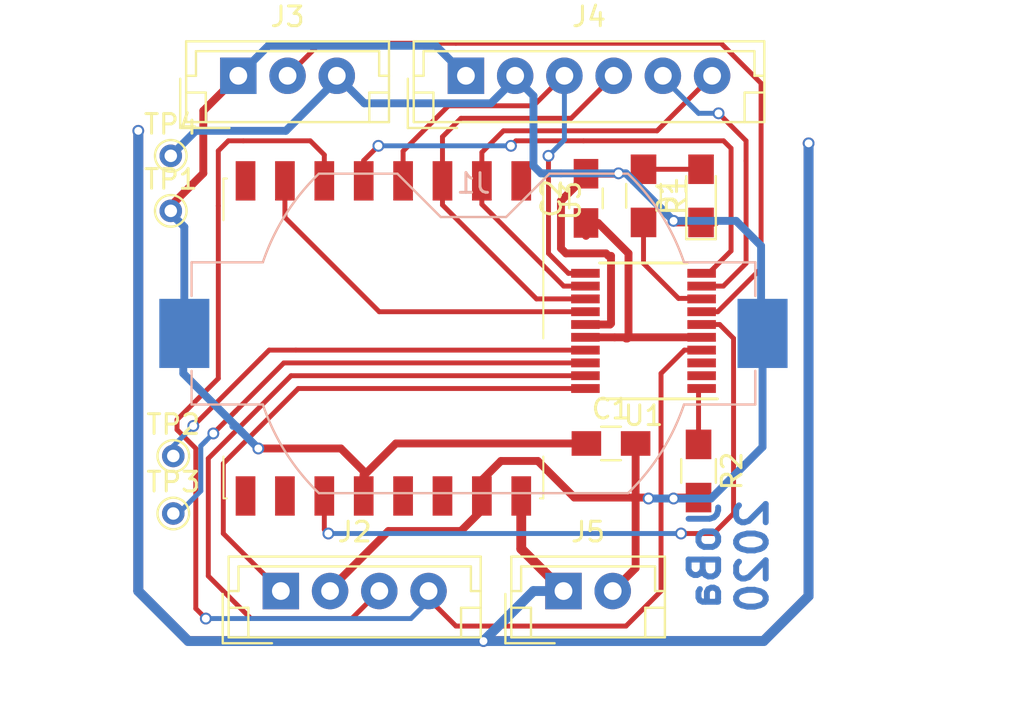
<source format=kicad_pcb>
(kicad_pcb (version 4) (host pcbnew 4.0.7)

  (general
    (links 40)
    (no_connects 1)
    (area 122.514914 108.42 178.545907 146.590697)
    (thickness 1.6)
    (drawings 7)
    (tracks 261)
    (zones 0)
    (modules 16)
    (nets 28)
  )

  (page A4)
  (layers
    (0 F.Cu signal)
    (31 B.Cu signal)
    (32 B.Adhes user)
    (33 F.Adhes user)
    (34 B.Paste user)
    (35 F.Paste user)
    (36 B.SilkS user)
    (37 F.SilkS user)
    (38 B.Mask user)
    (39 F.Mask user)
    (40 Dwgs.User user)
    (41 Cmts.User user)
    (42 Eco1.User user)
    (43 Eco2.User user)
    (44 Edge.Cuts user)
    (45 Margin user)
    (46 B.CrtYd user)
    (47 F.CrtYd user)
    (48 B.Fab user)
    (49 F.Fab user)
  )

  (setup
    (last_trace_width 0.25)
    (trace_clearance 0.2)
    (zone_clearance 0.508)
    (zone_45_only no)
    (trace_min 0.2)
    (segment_width 0.2)
    (edge_width 0.15)
    (via_size 0.6)
    (via_drill 0.4)
    (via_min_size 0.4)
    (via_min_drill 0.3)
    (uvia_size 0.3)
    (uvia_drill 0.1)
    (uvias_allowed no)
    (uvia_min_size 0.2)
    (uvia_min_drill 0.1)
    (pcb_text_width 0.3)
    (pcb_text_size 1.5 1.5)
    (mod_edge_width 0.15)
    (mod_text_size 1 1)
    (mod_text_width 0.15)
    (pad_size 1.524 1.524)
    (pad_drill 0.762)
    (pad_to_mask_clearance 0.2)
    (aux_axis_origin 0 0)
    (visible_elements FFFFFF7F)
    (pcbplotparams
      (layerselection 0x00030_80000001)
      (usegerberextensions false)
      (excludeedgelayer true)
      (linewidth 0.100000)
      (plotframeref false)
      (viasonmask false)
      (mode 1)
      (useauxorigin false)
      (hpglpennumber 1)
      (hpglpenspeed 20)
      (hpglpendiameter 15)
      (hpglpenoverlay 2)
      (psnegative false)
      (psa4output false)
      (plotreference true)
      (plotvalue true)
      (plotinvisibletext false)
      (padsonsilk false)
      (subtractmaskfromsilk false)
      (outputformat 1)
      (mirror false)
      (drillshape 1)
      (scaleselection 1)
      (outputdirectory ""))
  )

  (net 0 "")
  (net 1 +3V3)
  (net 2 Earth)
  (net 3 "Net-(D1-Pad2)")
  (net 4 SWCLK)
  (net 5 SWDIO)
  (net 6 NRESET)
  (net 7 TX)
  (net 8 SCK)
  (net 9 MOSI)
  (net 10 BME_CS)
  (net 11 MISO)
  (net 12 "Net-(J5-Pad1)")
  (net 13 "Net-(R1-Pad2)")
  (net 14 "Net-(R2-Pad1)")
  (net 15 "Net-(U1-Pad2)")
  (net 16 "Net-(U1-Pad3)")
  (net 17 TX_READY)
  (net 18 RFM_CS)
  (net 19 RX_READY)
  (net 20 "Net-(U3-Pad1)")
  (net 21 "Net-(U3-Pad8)")
  (net 22 "Net-(U3-Pad9)")
  (net 23 "Net-(U3-Pad10)")
  (net 24 "Net-(U3-Pad13)")
  (net 25 "Net-(U3-Pad14)")
  (net 26 SDA)
  (net 27 SCL)

  (net_class Default "Dies ist die voreingestellte Netzklasse."
    (clearance 0.2)
    (trace_width 0.25)
    (via_dia 0.6)
    (via_drill 0.4)
    (uvia_dia 0.3)
    (uvia_drill 0.1)
    (add_net BME_CS)
    (add_net MISO)
    (add_net MOSI)
    (add_net NRESET)
    (add_net "Net-(D1-Pad2)")
    (add_net "Net-(R1-Pad2)")
    (add_net "Net-(R2-Pad1)")
    (add_net "Net-(U1-Pad2)")
    (add_net "Net-(U1-Pad3)")
    (add_net "Net-(U3-Pad1)")
    (add_net "Net-(U3-Pad10)")
    (add_net "Net-(U3-Pad13)")
    (add_net "Net-(U3-Pad14)")
    (add_net "Net-(U3-Pad8)")
    (add_net "Net-(U3-Pad9)")
    (add_net RFM_CS)
    (add_net RX_READY)
    (add_net SCK)
    (add_net SCL)
    (add_net SDA)
    (add_net SWCLK)
    (add_net SWDIO)
    (add_net TX)
    (add_net TX_READY)
  )

  (net_class Antenne ""
    (clearance 0.2)
    (trace_width 0.5)
    (via_dia 0.6)
    (via_drill 0.4)
    (uvia_dia 0.3)
    (uvia_drill 0.1)
    (add_net "Net-(J5-Pad1)")
  )

  (net_class Power ""
    (clearance 0.2)
    (trace_width 0.4)
    (via_dia 0.6)
    (via_drill 0.4)
    (uvia_dia 0.3)
    (uvia_drill 0.1)
    (add_net +3V3)
    (add_net Earth)
  )

  (module RF_Modules:Hopref_RFM9XW_SMD (layer F.Cu) (tedit 59D9324F) (tstamp 5F5FC661)
    (at 145.796 125.73 270)
    (descr " Low Power Long Range Transceiver Module SMD-16 http://www.hoperf.com/upload/rf/RFM95_96_97_98W.pdf")
    (tags " Low Power Long Range Transceiver Module")
    (path /5F5F359C)
    (attr smd)
    (fp_text reference U3 (at -7 -9.5 270) (layer F.SilkS)
      (effects (font (size 1 1) (thickness 0.15)))
    )
    (fp_text value RFM9X (at 0 9.5 270) (layer F.Fab)
      (effects (font (size 1 1) (thickness 0.15)))
    )
    (fp_line (start -8 -8) (end 8 -8) (layer F.Fab) (width 0.12))
    (fp_line (start 8 8) (end 8 -8) (layer F.Fab) (width 0.12))
    (fp_line (start -8 8) (end 8 8) (layer F.Fab) (width 0.12))
    (fp_line (start -8 8) (end -8 -8) (layer F.Fab) (width 0.12))
    (fp_text user %R (at 0 0 270) (layer F.Fab)
      (effects (font (size 1 1) (thickness 0.15)))
    )
    (fp_line (start -8.12 -8.12) (end 0 -8.12) (layer F.SilkS) (width 0.1))
    (fp_line (start 6 8.12) (end 8.12 8.12) (layer F.SilkS) (width 0.1))
    (fp_line (start -9.45 -8.25) (end 9.45 -8.25) (layer F.CrtYd) (width 0.05))
    (fp_line (start 9.45 -8.25) (end 9.45 8.25) (layer F.CrtYd) (width 0.05))
    (fp_line (start -9.45 8.25) (end 9.45 8.25) (layer F.CrtYd) (width 0.05))
    (fp_line (start -9.45 8.25) (end -9.45 -8.25) (layer F.CrtYd) (width 0.05))
    (fp_line (start 8.12 8.12) (end 8.12 7.95) (layer F.SilkS) (width 0.1))
    (fp_line (start -8.12 8.12) (end -6 8.12) (layer F.SilkS) (width 0.1))
    (fp_line (start -8.12 8.12) (end -8.12 7.95) (layer F.SilkS) (width 0.1))
    (fp_line (start 6 -8.12) (end 8.12 -8.12) (layer F.SilkS) (width 0.1))
    (fp_line (start 8.12 -8.12) (end 8.12 -7.95) (layer F.SilkS) (width 0.1))
    (pad 1 smd rect (at -8 -7 270) (size 2 1) (layers F.Cu F.Paste F.Mask)
      (net 20 "Net-(U3-Pad1)"))
    (pad 2 smd rect (at -8 -5 270) (size 2 1) (layers F.Cu F.Paste F.Mask)
      (net 11 MISO))
    (pad 3 smd rect (at -8 -3 270) (size 2 1) (layers F.Cu F.Paste F.Mask)
      (net 9 MOSI))
    (pad 4 smd rect (at -8 -1 270) (size 2 1) (layers F.Cu F.Paste F.Mask)
      (net 8 SCK))
    (pad 5 smd rect (at -8 1 270) (size 2 1) (layers F.Cu F.Paste F.Mask)
      (net 18 RFM_CS))
    (pad 6 smd rect (at -8 3 270) (size 2 1) (layers F.Cu F.Paste F.Mask)
      (net 6 NRESET))
    (pad 7 smd rect (at -8 5 270) (size 2 1) (layers F.Cu F.Paste F.Mask)
      (net 19 RX_READY))
    (pad 8 smd rect (at -8 7 270) (size 2 1) (layers F.Cu F.Paste F.Mask)
      (net 21 "Net-(U3-Pad8)"))
    (pad 9 smd rect (at 8 7 270) (size 2 1) (layers F.Cu F.Paste F.Mask)
      (net 22 "Net-(U3-Pad9)"))
    (pad 10 smd rect (at 8 5 270) (size 2 1) (layers F.Cu F.Paste F.Mask)
      (net 23 "Net-(U3-Pad10)"))
    (pad 11 smd rect (at 8 3 270) (size 2 1) (layers F.Cu F.Paste F.Mask)
      (net 17 TX_READY))
    (pad 12 smd rect (at 8 1 270) (size 2 1) (layers F.Cu F.Paste F.Mask)
      (net 1 +3V3))
    (pad 13 smd rect (at 8 -1 270) (size 2 1) (layers F.Cu F.Paste F.Mask)
      (net 24 "Net-(U3-Pad13)"))
    (pad 14 smd rect (at 8 -3 270) (size 2 1) (layers F.Cu F.Paste F.Mask)
      (net 25 "Net-(U3-Pad14)"))
    (pad 15 smd rect (at 8 -5 270) (size 2 1) (layers F.Cu F.Paste F.Mask)
      (net 2 Earth))
    (pad 16 smd rect (at 8 -7 270) (size 2 1) (layers F.Cu F.Paste F.Mask)
      (net 12 "Net-(J5-Pad1)"))
    (model ${KISYS3DMOD}/RF_Modules.3dshapes/Hopref_RFM9XW_SMD.wrl
      (at (xyz 0 0 0))
      (scale (xyz 1 1 1))
      (rotate (xyz 0 0 0))
    )
  )

  (module Capacitors_SMD:C_0805_HandSoldering (layer F.Cu) (tedit 58AA84A8) (tstamp 5F5FC5F8)
    (at 157.353 131.064)
    (descr "Capacitor SMD 0805, hand soldering")
    (tags "capacitor 0805")
    (path /5F5F792E)
    (attr smd)
    (fp_text reference C1 (at 0 -1.75) (layer F.SilkS)
      (effects (font (size 1 1) (thickness 0.15)))
    )
    (fp_text value 100nF (at 0 1.75) (layer F.Fab)
      (effects (font (size 1 1) (thickness 0.15)))
    )
    (fp_text user %R (at 0 -1.75) (layer F.Fab)
      (effects (font (size 1 1) (thickness 0.15)))
    )
    (fp_line (start -1 0.62) (end -1 -0.62) (layer F.Fab) (width 0.1))
    (fp_line (start 1 0.62) (end -1 0.62) (layer F.Fab) (width 0.1))
    (fp_line (start 1 -0.62) (end 1 0.62) (layer F.Fab) (width 0.1))
    (fp_line (start -1 -0.62) (end 1 -0.62) (layer F.Fab) (width 0.1))
    (fp_line (start 0.5 -0.85) (end -0.5 -0.85) (layer F.SilkS) (width 0.12))
    (fp_line (start -0.5 0.85) (end 0.5 0.85) (layer F.SilkS) (width 0.12))
    (fp_line (start -2.25 -0.88) (end 2.25 -0.88) (layer F.CrtYd) (width 0.05))
    (fp_line (start -2.25 -0.88) (end -2.25 0.87) (layer F.CrtYd) (width 0.05))
    (fp_line (start 2.25 0.87) (end 2.25 -0.88) (layer F.CrtYd) (width 0.05))
    (fp_line (start 2.25 0.87) (end -2.25 0.87) (layer F.CrtYd) (width 0.05))
    (pad 1 smd rect (at -1.25 0) (size 1.5 1.25) (layers F.Cu F.Paste F.Mask)
      (net 1 +3V3))
    (pad 2 smd rect (at 1.25 0) (size 1.5 1.25) (layers F.Cu F.Paste F.Mask)
      (net 2 Earth))
    (model Capacitors_SMD.3dshapes/C_0805.wrl
      (at (xyz 0 0 0))
      (scale (xyz 1 1 1))
      (rotate (xyz 0 0 0))
    )
  )

  (module Capacitors_SMD:C_0805_HandSoldering (layer F.Cu) (tedit 58AA84A8) (tstamp 5F5FC5FE)
    (at 156.083 118.618 90)
    (descr "Capacitor SMD 0805, hand soldering")
    (tags "capacitor 0805")
    (path /5F5F7A6F)
    (attr smd)
    (fp_text reference C2 (at 0 -1.75 90) (layer F.SilkS)
      (effects (font (size 1 1) (thickness 0.15)))
    )
    (fp_text value 100nF (at 0 1.75 90) (layer F.Fab)
      (effects (font (size 1 1) (thickness 0.15)))
    )
    (fp_text user %R (at 0 -1.75 90) (layer F.Fab)
      (effects (font (size 1 1) (thickness 0.15)))
    )
    (fp_line (start -1 0.62) (end -1 -0.62) (layer F.Fab) (width 0.1))
    (fp_line (start 1 0.62) (end -1 0.62) (layer F.Fab) (width 0.1))
    (fp_line (start 1 -0.62) (end 1 0.62) (layer F.Fab) (width 0.1))
    (fp_line (start -1 -0.62) (end 1 -0.62) (layer F.Fab) (width 0.1))
    (fp_line (start 0.5 -0.85) (end -0.5 -0.85) (layer F.SilkS) (width 0.12))
    (fp_line (start -0.5 0.85) (end 0.5 0.85) (layer F.SilkS) (width 0.12))
    (fp_line (start -2.25 -0.88) (end 2.25 -0.88) (layer F.CrtYd) (width 0.05))
    (fp_line (start -2.25 -0.88) (end -2.25 0.87) (layer F.CrtYd) (width 0.05))
    (fp_line (start 2.25 0.87) (end 2.25 -0.88) (layer F.CrtYd) (width 0.05))
    (fp_line (start 2.25 0.87) (end -2.25 0.87) (layer F.CrtYd) (width 0.05))
    (pad 1 smd rect (at -1.25 0 90) (size 1.5 1.25) (layers F.Cu F.Paste F.Mask)
      (net 1 +3V3))
    (pad 2 smd rect (at 1.25 0 90) (size 1.5 1.25) (layers F.Cu F.Paste F.Mask)
      (net 2 Earth))
    (model Capacitors_SMD.3dshapes/C_0805.wrl
      (at (xyz 0 0 0))
      (scale (xyz 1 1 1))
      (rotate (xyz 0 0 0))
    )
  )

  (module LEDs:LED_0805_HandSoldering (layer F.Cu) (tedit 595FCA25) (tstamp 5F5FC604)
    (at 161.925 118.491 90)
    (descr "Resistor SMD 0805, hand soldering")
    (tags "resistor 0805")
    (path /5F5F6485)
    (attr smd)
    (fp_text reference D1 (at 0 -1.7 90) (layer F.SilkS)
      (effects (font (size 1 1) (thickness 0.15)))
    )
    (fp_text value LED (at 0 1.75 90) (layer F.Fab)
      (effects (font (size 1 1) (thickness 0.15)))
    )
    (fp_line (start -0.4 -0.4) (end -0.4 0.4) (layer F.Fab) (width 0.1))
    (fp_line (start -0.4 0) (end 0.2 -0.4) (layer F.Fab) (width 0.1))
    (fp_line (start 0.2 0.4) (end -0.4 0) (layer F.Fab) (width 0.1))
    (fp_line (start 0.2 -0.4) (end 0.2 0.4) (layer F.Fab) (width 0.1))
    (fp_line (start -1 0.62) (end -1 -0.62) (layer F.Fab) (width 0.1))
    (fp_line (start 1 0.62) (end -1 0.62) (layer F.Fab) (width 0.1))
    (fp_line (start 1 -0.62) (end 1 0.62) (layer F.Fab) (width 0.1))
    (fp_line (start -1 -0.62) (end 1 -0.62) (layer F.Fab) (width 0.1))
    (fp_line (start 1 0.75) (end -2.2 0.75) (layer F.SilkS) (width 0.12))
    (fp_line (start -2.2 -0.75) (end 1 -0.75) (layer F.SilkS) (width 0.12))
    (fp_line (start -2.35 -0.9) (end 2.35 -0.9) (layer F.CrtYd) (width 0.05))
    (fp_line (start -2.35 -0.9) (end -2.35 0.9) (layer F.CrtYd) (width 0.05))
    (fp_line (start 2.35 0.9) (end 2.35 -0.9) (layer F.CrtYd) (width 0.05))
    (fp_line (start 2.35 0.9) (end -2.35 0.9) (layer F.CrtYd) (width 0.05))
    (fp_line (start -2.2 -0.75) (end -2.2 0.75) (layer F.SilkS) (width 0.12))
    (pad 1 smd rect (at -1.35 0 90) (size 1.5 1.3) (layers F.Cu F.Paste F.Mask)
      (net 2 Earth))
    (pad 2 smd rect (at 1.35 0 90) (size 1.5 1.3) (layers F.Cu F.Paste F.Mask)
      (net 3 "Net-(D1-Pad2)"))
    (model ${KISYS3DMOD}/LEDs.3dshapes/LED_0805.wrl
      (at (xyz 0 0 0))
      (scale (xyz 1 1 1))
      (rotate (xyz 0 0 0))
    )
  )

  (module Battery_Holders:Keystone_1058_1x2032-CoinCell (layer B.Cu) (tedit 589EE147) (tstamp 5F5FC60A)
    (at 150.368 125.476)
    (descr http://www.keyelco.com/product-pdf.cfm?p=14028)
    (tags "Keystone type 1058 coin cell retainer")
    (path /5F5F74EC)
    (attr smd)
    (fp_text reference J1 (at 0 -7.62) (layer B.SilkS)
      (effects (font (size 1 1) (thickness 0.15)) (justify mirror))
    )
    (fp_text value Conn_01x02_Male (at 0 9.398) (layer B.Fab)
      (effects (font (size 1 1) (thickness 0.15)) (justify mirror))
    )
    (fp_arc (start 0 0) (end 11.06 -4.11) (angle -139.2) (layer B.CrtYd) (width 0.05))
    (fp_arc (start 0 0) (end -11.06 4.11) (angle -139.2) (layer B.CrtYd) (width 0.05))
    (fp_line (start 11.06 -4.11) (end 16.45 -4.11) (layer B.CrtYd) (width 0.05))
    (fp_line (start 16.45 -4.11) (end 16.45 4.11) (layer B.CrtYd) (width 0.05))
    (fp_line (start 16.45 4.11) (end 11.06 4.11) (layer B.CrtYd) (width 0.05))
    (fp_line (start -16.45 4.11) (end -11.06 4.11) (layer B.CrtYd) (width 0.05))
    (fp_line (start -16.45 4.11) (end -16.45 -4.11) (layer B.CrtYd) (width 0.05))
    (fp_line (start -16.45 -4.11) (end -11.06 -4.11) (layer B.CrtYd) (width 0.05))
    (fp_arc (start 0 0) (end -10.692 -3.61) (angle 27.3) (layer B.SilkS) (width 0.12))
    (fp_arc (start 0 0) (end 10.692 3.61) (angle 27.3) (layer B.SilkS) (width 0.12))
    (fp_arc (start 0 0) (end 10.692 -3.61) (angle -27.3) (layer B.SilkS) (width 0.12))
    (fp_arc (start 0 0) (end -10.692 3.61) (angle -27.3) (layer B.SilkS) (width 0.12))
    (fp_line (start -14.31 -1.9) (end -14.31 -3.61) (layer B.SilkS) (width 0.12))
    (fp_line (start -10.692 -3.61) (end -14.31 -3.61) (layer B.SilkS) (width 0.12))
    (fp_line (start -3.86 -8.11) (end -7.8473 -8.11) (layer B.SilkS) (width 0.12))
    (fp_line (start -1.66 -5.91) (end -3.86 -8.11) (layer B.SilkS) (width 0.12))
    (fp_line (start 1.66 -5.91) (end -1.66 -5.91) (layer B.SilkS) (width 0.12))
    (fp_line (start 1.66 -5.91) (end 3.86 -8.11) (layer B.SilkS) (width 0.12))
    (fp_line (start 7.8473 -8.11) (end 3.86 -8.11) (layer B.SilkS) (width 0.12))
    (fp_line (start 14.31 -1.9) (end 14.31 -3.61) (layer B.SilkS) (width 0.12))
    (fp_line (start 14.31 -3.61) (end 10.692 -3.61) (layer B.SilkS) (width 0.12))
    (fp_line (start 10.692 3.61) (end 14.31 3.61) (layer B.SilkS) (width 0.12))
    (fp_line (start 14.31 1.9) (end 14.31 3.61) (layer B.SilkS) (width 0.12))
    (fp_line (start -7.8473 8.11) (end 7.8473 8.11) (layer B.SilkS) (width 0.12))
    (fp_line (start -14.31 1.9) (end -14.31 3.61) (layer B.SilkS) (width 0.12))
    (fp_line (start -14.31 3.61) (end -10.692 3.61) (layer B.SilkS) (width 0.12))
    (fp_arc (start 0 0) (end -10.61275 -3.5) (angle 27.4635) (layer B.Fab) (width 0.1))
    (fp_arc (start 0 0) (end 10.61275 3.5) (angle 27.4635) (layer B.Fab) (width 0.1))
    (fp_arc (start 0 0) (end 10.61275 -3.5) (angle -27.4635) (layer B.Fab) (width 0.1))
    (fp_line (start 14.2 -1.9) (end 14.2 -3.5) (layer B.Fab) (width 0.1))
    (fp_line (start 14.2 -3.5) (end 10.61275 -3.5) (layer B.Fab) (width 0.1))
    (fp_line (start 10.61275 3.5) (end 14.2 3.5) (layer B.Fab) (width 0.1))
    (fp_line (start 14.2 3.5) (end 14.2 1.9) (layer B.Fab) (width 0.1))
    (fp_line (start -14.2 -1.9) (end -14.2 -3.5) (layer B.Fab) (width 0.1))
    (fp_line (start -14.2 -3.5) (end -10.61275 -3.5) (layer B.Fab) (width 0.1))
    (fp_line (start 3.9 -8) (end 7.8026 -8) (layer B.Fab) (width 0.1))
    (fp_line (start 1.7 -5.8) (end 3.9 -8) (layer B.Fab) (width 0.1))
    (fp_line (start -1.7 -5.8) (end -3.9 -8) (layer B.Fab) (width 0.1))
    (fp_line (start -1.7 -5.8) (end 1.7 -5.8) (layer B.Fab) (width 0.1))
    (fp_line (start -14.2 3.5) (end -10.61275 3.5) (layer B.Fab) (width 0.1))
    (fp_line (start -14.2 3.5) (end -14.2 1.9) (layer B.Fab) (width 0.1))
    (fp_line (start -3.9 -8) (end -7.8026 -8) (layer B.Fab) (width 0.1))
    (fp_line (start -7.8026 8) (end 7.8026 8) (layer B.Fab) (width 0.1))
    (fp_arc (start 0 0) (end -10.61275 3.5) (angle -27.4635) (layer B.Fab) (width 0.1))
    (fp_circle (center 0 0) (end 10 0) (layer Dwgs.User) (width 0.15))
    (pad 1 smd rect (at -14.68 0) (size 2.54 3.51) (layers B.Cu B.Paste B.Mask)
      (net 1 +3V3))
    (pad 2 smd rect (at 14.68 0) (size 2.54 3.51) (layers B.Cu B.Paste B.Mask)
      (net 2 Earth))
  )

  (module Connectors_JST:JST_EH_B04B-EH-A_04x2.50mm_Straight (layer F.Cu) (tedit 58A3B0B5) (tstamp 5F5FC612)
    (at 140.589 138.557)
    (descr "JST EH series connector, B04B-EH-A, 2.50mm pitch, top entry")
    (tags "connector jst eh top vertical straight")
    (path /5F5F67BE)
    (fp_text reference J2 (at 3.75 -3) (layer F.SilkS)
      (effects (font (size 1 1) (thickness 0.15)))
    )
    (fp_text value Conn_01x04_Male (at 3.75 3.5) (layer F.Fab)
      (effects (font (size 1 1) (thickness 0.15)))
    )
    (fp_text user %R (at 3.75 -3) (layer F.Fab)
      (effects (font (size 1 1) (thickness 0.15)))
    )
    (fp_line (start -2.5 -1.6) (end -2.5 2.2) (layer F.Fab) (width 0.1))
    (fp_line (start -2.5 2.2) (end 10 2.2) (layer F.Fab) (width 0.1))
    (fp_line (start 10 2.2) (end 10 -1.6) (layer F.Fab) (width 0.1))
    (fp_line (start 10 -1.6) (end -2.5 -1.6) (layer F.Fab) (width 0.1))
    (fp_line (start -2.65 -1.75) (end -2.65 2.35) (layer F.SilkS) (width 0.12))
    (fp_line (start -2.65 2.35) (end 10.15 2.35) (layer F.SilkS) (width 0.12))
    (fp_line (start 10.15 2.35) (end 10.15 -1.75) (layer F.SilkS) (width 0.12))
    (fp_line (start 10.15 -1.75) (end -2.65 -1.75) (layer F.SilkS) (width 0.12))
    (fp_line (start -2.65 0) (end -2.15 0) (layer F.SilkS) (width 0.12))
    (fp_line (start -2.15 0) (end -2.15 -1.25) (layer F.SilkS) (width 0.12))
    (fp_line (start -2.15 -1.25) (end 9.65 -1.25) (layer F.SilkS) (width 0.12))
    (fp_line (start 9.65 -1.25) (end 9.65 0) (layer F.SilkS) (width 0.12))
    (fp_line (start 9.65 0) (end 10.15 0) (layer F.SilkS) (width 0.12))
    (fp_line (start -2.65 0.85) (end -1.65 0.85) (layer F.SilkS) (width 0.12))
    (fp_line (start -1.65 0.85) (end -1.65 2.35) (layer F.SilkS) (width 0.12))
    (fp_line (start 10.15 0.85) (end 9.15 0.85) (layer F.SilkS) (width 0.12))
    (fp_line (start 9.15 0.85) (end 9.15 2.35) (layer F.SilkS) (width 0.12))
    (fp_line (start -2.95 0.15) (end -2.95 2.65) (layer F.SilkS) (width 0.12))
    (fp_line (start -2.95 2.65) (end -0.45 2.65) (layer F.SilkS) (width 0.12))
    (fp_line (start -2.95 0.15) (end -2.95 2.65) (layer F.Fab) (width 0.1))
    (fp_line (start -2.95 2.65) (end -0.45 2.65) (layer F.Fab) (width 0.1))
    (fp_line (start -3.15 -2.25) (end -3.15 2.85) (layer F.CrtYd) (width 0.05))
    (fp_line (start -3.15 2.85) (end 10.65 2.85) (layer F.CrtYd) (width 0.05))
    (fp_line (start 10.65 2.85) (end 10.65 -2.25) (layer F.CrtYd) (width 0.05))
    (fp_line (start 10.65 -2.25) (end -3.15 -2.25) (layer F.CrtYd) (width 0.05))
    (pad 1 thru_hole rect (at 0 0) (size 1.85 1.85) (drill 0.9) (layers *.Cu *.Mask)
      (net 4 SWCLK))
    (pad 2 thru_hole circle (at 2.5 0) (size 1.85 1.85) (drill 0.9) (layers *.Cu *.Mask)
      (net 2 Earth))
    (pad 3 thru_hole circle (at 5 0) (size 1.85 1.85) (drill 0.9) (layers *.Cu *.Mask)
      (net 5 SWDIO))
    (pad 4 thru_hole circle (at 7.5 0) (size 1.85 1.85) (drill 0.9) (layers *.Cu *.Mask)
      (net 6 NRESET))
    (model Connectors_JST.3dshapes/JST_EH_B04B-EH-A_04x2.50mm_Straight.wrl
      (at (xyz 0 0 0))
      (scale (xyz 1 1 1))
      (rotate (xyz 0 0 0))
    )
  )

  (module Connectors_JST:JST_EH_B03B-EH-A_03x2.50mm_Straight (layer F.Cu) (tedit 58A3B0B5) (tstamp 5F5FC619)
    (at 138.43 112.395)
    (descr "JST EH series connector, B03B-EH-A, 2.50mm pitch, top entry")
    (tags "connector jst eh top vertical straight")
    (path /5F5F8CC4)
    (fp_text reference J3 (at 2.5 -3) (layer F.SilkS)
      (effects (font (size 1 1) (thickness 0.15)))
    )
    (fp_text value Conn_01x03_Male (at 2.5 3.5) (layer F.Fab)
      (effects (font (size 1 1) (thickness 0.15)))
    )
    (fp_text user %R (at 2.5 -3) (layer F.Fab)
      (effects (font (size 1 1) (thickness 0.15)))
    )
    (fp_line (start -2.5 -1.6) (end -2.5 2.2) (layer F.Fab) (width 0.1))
    (fp_line (start -2.5 2.2) (end 7.5 2.2) (layer F.Fab) (width 0.1))
    (fp_line (start 7.5 2.2) (end 7.5 -1.6) (layer F.Fab) (width 0.1))
    (fp_line (start 7.5 -1.6) (end -2.5 -1.6) (layer F.Fab) (width 0.1))
    (fp_line (start -2.65 -1.75) (end -2.65 2.35) (layer F.SilkS) (width 0.12))
    (fp_line (start -2.65 2.35) (end 7.65 2.35) (layer F.SilkS) (width 0.12))
    (fp_line (start 7.65 2.35) (end 7.65 -1.75) (layer F.SilkS) (width 0.12))
    (fp_line (start 7.65 -1.75) (end -2.65 -1.75) (layer F.SilkS) (width 0.12))
    (fp_line (start -2.65 0) (end -2.15 0) (layer F.SilkS) (width 0.12))
    (fp_line (start -2.15 0) (end -2.15 -1.25) (layer F.SilkS) (width 0.12))
    (fp_line (start -2.15 -1.25) (end 7.15 -1.25) (layer F.SilkS) (width 0.12))
    (fp_line (start 7.15 -1.25) (end 7.15 0) (layer F.SilkS) (width 0.12))
    (fp_line (start 7.15 0) (end 7.65 0) (layer F.SilkS) (width 0.12))
    (fp_line (start -2.65 0.85) (end -1.65 0.85) (layer F.SilkS) (width 0.12))
    (fp_line (start -1.65 0.85) (end -1.65 2.35) (layer F.SilkS) (width 0.12))
    (fp_line (start 7.65 0.85) (end 6.65 0.85) (layer F.SilkS) (width 0.12))
    (fp_line (start 6.65 0.85) (end 6.65 2.35) (layer F.SilkS) (width 0.12))
    (fp_line (start -2.95 0.15) (end -2.95 2.65) (layer F.SilkS) (width 0.12))
    (fp_line (start -2.95 2.65) (end -0.45 2.65) (layer F.SilkS) (width 0.12))
    (fp_line (start -2.95 0.15) (end -2.95 2.65) (layer F.Fab) (width 0.1))
    (fp_line (start -2.95 2.65) (end -0.45 2.65) (layer F.Fab) (width 0.1))
    (fp_line (start -3.15 -2.25) (end -3.15 2.85) (layer F.CrtYd) (width 0.05))
    (fp_line (start -3.15 2.85) (end 8.15 2.85) (layer F.CrtYd) (width 0.05))
    (fp_line (start 8.15 2.85) (end 8.15 -2.25) (layer F.CrtYd) (width 0.05))
    (fp_line (start 8.15 -2.25) (end -3.15 -2.25) (layer F.CrtYd) (width 0.05))
    (pad 1 thru_hole rect (at 0 0) (size 1.85 1.85) (drill 0.9) (layers *.Cu *.Mask)
      (net 1 +3V3))
    (pad 2 thru_hole circle (at 2.5 0) (size 1.85 1.85) (drill 0.9) (layers *.Cu *.Mask)
      (net 7 TX))
    (pad 3 thru_hole circle (at 5 0) (size 1.85 1.85) (drill 0.9) (layers *.Cu *.Mask)
      (net 2 Earth))
    (model Connectors_JST.3dshapes/JST_EH_B03B-EH-A_03x2.50mm_Straight.wrl
      (at (xyz 0 0 0))
      (scale (xyz 1 1 1))
      (rotate (xyz 0 0 0))
    )
  )

  (module Connectors_JST:JST_EH_B06B-EH-A_06x2.50mm_Straight (layer F.Cu) (tedit 58A3B0B5) (tstamp 5F5FC623)
    (at 149.987 112.395)
    (descr "JST EH series connector, B06B-EH-A, 2.50mm pitch, top entry")
    (tags "connector jst eh top vertical straight")
    (path /5F5FA3E2)
    (fp_text reference J4 (at 6.25 -3) (layer F.SilkS)
      (effects (font (size 1 1) (thickness 0.15)))
    )
    (fp_text value Conn_01x06_Male (at 6.25 3.5) (layer F.Fab)
      (effects (font (size 1 1) (thickness 0.15)))
    )
    (fp_text user %R (at 6.25 -3) (layer F.Fab)
      (effects (font (size 1 1) (thickness 0.15)))
    )
    (fp_line (start -2.5 -1.6) (end -2.5 2.2) (layer F.Fab) (width 0.1))
    (fp_line (start -2.5 2.2) (end 15 2.2) (layer F.Fab) (width 0.1))
    (fp_line (start 15 2.2) (end 15 -1.6) (layer F.Fab) (width 0.1))
    (fp_line (start 15 -1.6) (end -2.5 -1.6) (layer F.Fab) (width 0.1))
    (fp_line (start -2.65 -1.75) (end -2.65 2.35) (layer F.SilkS) (width 0.12))
    (fp_line (start -2.65 2.35) (end 15.15 2.35) (layer F.SilkS) (width 0.12))
    (fp_line (start 15.15 2.35) (end 15.15 -1.75) (layer F.SilkS) (width 0.12))
    (fp_line (start 15.15 -1.75) (end -2.65 -1.75) (layer F.SilkS) (width 0.12))
    (fp_line (start -2.65 0) (end -2.15 0) (layer F.SilkS) (width 0.12))
    (fp_line (start -2.15 0) (end -2.15 -1.25) (layer F.SilkS) (width 0.12))
    (fp_line (start -2.15 -1.25) (end 14.65 -1.25) (layer F.SilkS) (width 0.12))
    (fp_line (start 14.65 -1.25) (end 14.65 0) (layer F.SilkS) (width 0.12))
    (fp_line (start 14.65 0) (end 15.15 0) (layer F.SilkS) (width 0.12))
    (fp_line (start -2.65 0.85) (end -1.65 0.85) (layer F.SilkS) (width 0.12))
    (fp_line (start -1.65 0.85) (end -1.65 2.35) (layer F.SilkS) (width 0.12))
    (fp_line (start 15.15 0.85) (end 14.15 0.85) (layer F.SilkS) (width 0.12))
    (fp_line (start 14.15 0.85) (end 14.15 2.35) (layer F.SilkS) (width 0.12))
    (fp_line (start -2.95 0.15) (end -2.95 2.65) (layer F.SilkS) (width 0.12))
    (fp_line (start -2.95 2.65) (end -0.45 2.65) (layer F.SilkS) (width 0.12))
    (fp_line (start -2.95 0.15) (end -2.95 2.65) (layer F.Fab) (width 0.1))
    (fp_line (start -2.95 2.65) (end -0.45 2.65) (layer F.Fab) (width 0.1))
    (fp_line (start -3.15 -2.25) (end -3.15 2.85) (layer F.CrtYd) (width 0.05))
    (fp_line (start -3.15 2.85) (end 15.65 2.85) (layer F.CrtYd) (width 0.05))
    (fp_line (start 15.65 2.85) (end 15.65 -2.25) (layer F.CrtYd) (width 0.05))
    (fp_line (start 15.65 -2.25) (end -3.15 -2.25) (layer F.CrtYd) (width 0.05))
    (pad 1 thru_hole rect (at 0 0) (size 1.85 1.85) (drill 0.9) (layers *.Cu *.Mask)
      (net 1 +3V3))
    (pad 2 thru_hole circle (at 2.5 0) (size 1.85 1.85) (drill 0.9) (layers *.Cu *.Mask)
      (net 2 Earth))
    (pad 3 thru_hole circle (at 5 0) (size 1.85 1.85) (drill 0.9) (layers *.Cu *.Mask)
      (net 8 SCK))
    (pad 4 thru_hole circle (at 7.5 0) (size 1.85 1.85) (drill 0.9) (layers *.Cu *.Mask)
      (net 9 MOSI))
    (pad 5 thru_hole circle (at 10 0) (size 1.85 1.85) (drill 0.9) (layers *.Cu *.Mask)
      (net 10 BME_CS))
    (pad 6 thru_hole circle (at 12.5 0) (size 1.85 1.85) (drill 0.9) (layers *.Cu *.Mask)
      (net 11 MISO))
    (model Connectors_JST.3dshapes/JST_EH_B06B-EH-A_06x2.50mm_Straight.wrl
      (at (xyz 0 0 0))
      (scale (xyz 1 1 1))
      (rotate (xyz 0 0 0))
    )
  )

  (module Connectors_JST:JST_EH_B02B-EH-A_02x2.50mm_Straight (layer F.Cu) (tedit 58A3B0B5) (tstamp 5F5FC629)
    (at 154.94 138.557)
    (descr "JST EH series connector, B02B-EH-A, 2.50mm pitch, top entry")
    (tags "connector jst eh top vertical straight")
    (path /5F5FB796)
    (fp_text reference J5 (at 1.25 -3) (layer F.SilkS)
      (effects (font (size 1 1) (thickness 0.15)))
    )
    (fp_text value Conn_01x02_Male (at 1.25 3.5) (layer F.Fab)
      (effects (font (size 1 1) (thickness 0.15)))
    )
    (fp_text user %R (at 1.25 -3) (layer F.Fab)
      (effects (font (size 1 1) (thickness 0.15)))
    )
    (fp_line (start -2.5 -1.6) (end -2.5 2.2) (layer F.Fab) (width 0.1))
    (fp_line (start -2.5 2.2) (end 5 2.2) (layer F.Fab) (width 0.1))
    (fp_line (start 5 2.2) (end 5 -1.6) (layer F.Fab) (width 0.1))
    (fp_line (start 5 -1.6) (end -2.5 -1.6) (layer F.Fab) (width 0.1))
    (fp_line (start -2.65 -1.75) (end -2.65 2.35) (layer F.SilkS) (width 0.12))
    (fp_line (start -2.65 2.35) (end 5.15 2.35) (layer F.SilkS) (width 0.12))
    (fp_line (start 5.15 2.35) (end 5.15 -1.75) (layer F.SilkS) (width 0.12))
    (fp_line (start 5.15 -1.75) (end -2.65 -1.75) (layer F.SilkS) (width 0.12))
    (fp_line (start -2.65 0) (end -2.15 0) (layer F.SilkS) (width 0.12))
    (fp_line (start -2.15 0) (end -2.15 -1.25) (layer F.SilkS) (width 0.12))
    (fp_line (start -2.15 -1.25) (end 4.65 -1.25) (layer F.SilkS) (width 0.12))
    (fp_line (start 4.65 -1.25) (end 4.65 0) (layer F.SilkS) (width 0.12))
    (fp_line (start 4.65 0) (end 5.15 0) (layer F.SilkS) (width 0.12))
    (fp_line (start -2.65 0.85) (end -1.65 0.85) (layer F.SilkS) (width 0.12))
    (fp_line (start -1.65 0.85) (end -1.65 2.35) (layer F.SilkS) (width 0.12))
    (fp_line (start 5.15 0.85) (end 4.15 0.85) (layer F.SilkS) (width 0.12))
    (fp_line (start 4.15 0.85) (end 4.15 2.35) (layer F.SilkS) (width 0.12))
    (fp_line (start -2.95 0.15) (end -2.95 2.65) (layer F.SilkS) (width 0.12))
    (fp_line (start -2.95 2.65) (end -0.45 2.65) (layer F.SilkS) (width 0.12))
    (fp_line (start -2.95 0.15) (end -2.95 2.65) (layer F.Fab) (width 0.1))
    (fp_line (start -2.95 2.65) (end -0.45 2.65) (layer F.Fab) (width 0.1))
    (fp_line (start -3.15 -2.25) (end -3.15 2.85) (layer F.CrtYd) (width 0.05))
    (fp_line (start -3.15 2.85) (end 5.65 2.85) (layer F.CrtYd) (width 0.05))
    (fp_line (start 5.65 2.85) (end 5.65 -2.25) (layer F.CrtYd) (width 0.05))
    (fp_line (start 5.65 -2.25) (end -3.15 -2.25) (layer F.CrtYd) (width 0.05))
    (pad 1 thru_hole rect (at 0 0) (size 1.85 1.85) (drill 0.9) (layers *.Cu *.Mask)
      (net 12 "Net-(J5-Pad1)"))
    (pad 2 thru_hole circle (at 2.5 0) (size 1.85 1.85) (drill 0.9) (layers *.Cu *.Mask)
      (net 2 Earth))
    (model Connectors_JST.3dshapes/JST_EH_B02B-EH-A_02x2.50mm_Straight.wrl
      (at (xyz 0 0 0))
      (scale (xyz 1 1 1))
      (rotate (xyz 0 0 0))
    )
  )

  (module Resistors_SMD:R_0805_HandSoldering (layer F.Cu) (tedit 58E0A804) (tstamp 5F5FC62F)
    (at 159.004 118.491 270)
    (descr "Resistor SMD 0805, hand soldering")
    (tags "resistor 0805")
    (path /5F5F6442)
    (attr smd)
    (fp_text reference R1 (at 0 -1.7 270) (layer F.SilkS)
      (effects (font (size 1 1) (thickness 0.15)))
    )
    (fp_text value 470 (at 0 1.75 270) (layer F.Fab)
      (effects (font (size 1 1) (thickness 0.15)))
    )
    (fp_text user %R (at 0 0 270) (layer F.Fab)
      (effects (font (size 0.5 0.5) (thickness 0.075)))
    )
    (fp_line (start -1 0.62) (end -1 -0.62) (layer F.Fab) (width 0.1))
    (fp_line (start 1 0.62) (end -1 0.62) (layer F.Fab) (width 0.1))
    (fp_line (start 1 -0.62) (end 1 0.62) (layer F.Fab) (width 0.1))
    (fp_line (start -1 -0.62) (end 1 -0.62) (layer F.Fab) (width 0.1))
    (fp_line (start 0.6 0.88) (end -0.6 0.88) (layer F.SilkS) (width 0.12))
    (fp_line (start -0.6 -0.88) (end 0.6 -0.88) (layer F.SilkS) (width 0.12))
    (fp_line (start -2.35 -0.9) (end 2.35 -0.9) (layer F.CrtYd) (width 0.05))
    (fp_line (start -2.35 -0.9) (end -2.35 0.9) (layer F.CrtYd) (width 0.05))
    (fp_line (start 2.35 0.9) (end 2.35 -0.9) (layer F.CrtYd) (width 0.05))
    (fp_line (start 2.35 0.9) (end -2.35 0.9) (layer F.CrtYd) (width 0.05))
    (pad 1 smd rect (at -1.35 0 270) (size 1.5 1.3) (layers F.Cu F.Paste F.Mask)
      (net 3 "Net-(D1-Pad2)"))
    (pad 2 smd rect (at 1.35 0 270) (size 1.5 1.3) (layers F.Cu F.Paste F.Mask)
      (net 13 "Net-(R1-Pad2)"))
    (model ${KISYS3DMOD}/Resistors_SMD.3dshapes/R_0805.wrl
      (at (xyz 0 0 0))
      (scale (xyz 1 1 1))
      (rotate (xyz 0 0 0))
    )
  )

  (module Resistors_SMD:R_0805_HandSoldering (layer F.Cu) (tedit 58E0A804) (tstamp 5F5FC635)
    (at 161.798 132.461 270)
    (descr "Resistor SMD 0805, hand soldering")
    (tags "resistor 0805")
    (path /5F5F3A50)
    (attr smd)
    (fp_text reference R2 (at 0 -1.7 270) (layer F.SilkS)
      (effects (font (size 1 1) (thickness 0.15)))
    )
    (fp_text value 10k (at 0 1.75 270) (layer F.Fab)
      (effects (font (size 1 1) (thickness 0.15)))
    )
    (fp_text user %R (at 0 0 270) (layer F.Fab)
      (effects (font (size 0.5 0.5) (thickness 0.075)))
    )
    (fp_line (start -1 0.62) (end -1 -0.62) (layer F.Fab) (width 0.1))
    (fp_line (start 1 0.62) (end -1 0.62) (layer F.Fab) (width 0.1))
    (fp_line (start 1 -0.62) (end 1 0.62) (layer F.Fab) (width 0.1))
    (fp_line (start -1 -0.62) (end 1 -0.62) (layer F.Fab) (width 0.1))
    (fp_line (start 0.6 0.88) (end -0.6 0.88) (layer F.SilkS) (width 0.12))
    (fp_line (start -0.6 -0.88) (end 0.6 -0.88) (layer F.SilkS) (width 0.12))
    (fp_line (start -2.35 -0.9) (end 2.35 -0.9) (layer F.CrtYd) (width 0.05))
    (fp_line (start -2.35 -0.9) (end -2.35 0.9) (layer F.CrtYd) (width 0.05))
    (fp_line (start 2.35 0.9) (end 2.35 -0.9) (layer F.CrtYd) (width 0.05))
    (fp_line (start 2.35 0.9) (end -2.35 0.9) (layer F.CrtYd) (width 0.05))
    (pad 1 smd rect (at -1.35 0 270) (size 1.5 1.3) (layers F.Cu F.Paste F.Mask)
      (net 14 "Net-(R2-Pad1)"))
    (pad 2 smd rect (at 1.35 0 270) (size 1.5 1.3) (layers F.Cu F.Paste F.Mask)
      (net 2 Earth))
    (model ${KISYS3DMOD}/Resistors_SMD.3dshapes/R_0805.wrl
      (at (xyz 0 0 0))
      (scale (xyz 1 1 1))
      (rotate (xyz 0 0 0))
    )
  )

  (module Housings_SSOP:TSSOP-20_4.4x6.5mm_Pitch0.65mm (layer F.Cu) (tedit 54130A77) (tstamp 5F5FC64D)
    (at 159.004 125.349 180)
    (descr "20-Lead Plastic Thin Shrink Small Outline (ST)-4.4 mm Body [TSSOP] (see Microchip Packaging Specification 00000049BS.pdf)")
    (tags "SSOP 0.65")
    (path /5F5F321C)
    (attr smd)
    (fp_text reference U1 (at 0 -4.3 180) (layer F.SilkS)
      (effects (font (size 1 1) (thickness 0.15)))
    )
    (fp_text value STM32L031F4Px (at 0 4.3 180) (layer F.Fab)
      (effects (font (size 1 1) (thickness 0.15)))
    )
    (fp_line (start -1.2 -3.25) (end 2.2 -3.25) (layer F.Fab) (width 0.15))
    (fp_line (start 2.2 -3.25) (end 2.2 3.25) (layer F.Fab) (width 0.15))
    (fp_line (start 2.2 3.25) (end -2.2 3.25) (layer F.Fab) (width 0.15))
    (fp_line (start -2.2 3.25) (end -2.2 -2.25) (layer F.Fab) (width 0.15))
    (fp_line (start -2.2 -2.25) (end -1.2 -3.25) (layer F.Fab) (width 0.15))
    (fp_line (start -3.95 -3.55) (end -3.95 3.55) (layer F.CrtYd) (width 0.05))
    (fp_line (start 3.95 -3.55) (end 3.95 3.55) (layer F.CrtYd) (width 0.05))
    (fp_line (start -3.95 -3.55) (end 3.95 -3.55) (layer F.CrtYd) (width 0.05))
    (fp_line (start -3.95 3.55) (end 3.95 3.55) (layer F.CrtYd) (width 0.05))
    (fp_line (start -2.225 3.45) (end 2.225 3.45) (layer F.SilkS) (width 0.15))
    (fp_line (start -3.75 -3.45) (end 2.225 -3.45) (layer F.SilkS) (width 0.15))
    (fp_text user %R (at 0 0 180) (layer F.Fab)
      (effects (font (size 0.8 0.8) (thickness 0.15)))
    )
    (pad 1 smd rect (at -2.95 -2.925 180) (size 1.45 0.45) (layers F.Cu F.Paste F.Mask)
      (net 14 "Net-(R2-Pad1)"))
    (pad 2 smd rect (at -2.95 -2.275 180) (size 1.45 0.45) (layers F.Cu F.Paste F.Mask)
      (net 15 "Net-(U1-Pad2)"))
    (pad 3 smd rect (at -2.95 -1.625 180) (size 1.45 0.45) (layers F.Cu F.Paste F.Mask)
      (net 16 "Net-(U1-Pad3)"))
    (pad 4 smd rect (at -2.95 -0.975 180) (size 1.45 0.45) (layers F.Cu F.Paste F.Mask)
      (net 6 NRESET))
    (pad 5 smd rect (at -2.95 -0.325 180) (size 1.45 0.45) (layers F.Cu F.Paste F.Mask)
      (net 1 +3V3))
    (pad 6 smd rect (at -2.95 0.325 180) (size 1.45 0.45) (layers F.Cu F.Paste F.Mask)
      (net 17 TX_READY))
    (pad 7 smd rect (at -2.95 0.975 180) (size 1.45 0.45) (layers F.Cu F.Paste F.Mask)
      (net 7 TX))
    (pad 8 smd rect (at -2.95 1.625 180) (size 1.45 0.45) (layers F.Cu F.Paste F.Mask)
      (net 13 "Net-(R1-Pad2)"))
    (pad 9 smd rect (at -2.95 2.275 180) (size 1.45 0.45) (layers F.Cu F.Paste F.Mask)
      (net 10 BME_CS))
    (pad 10 smd rect (at -2.95 2.925 180) (size 1.45 0.45) (layers F.Cu F.Paste F.Mask)
      (net 18 RFM_CS))
    (pad 11 smd rect (at 2.95 2.925 180) (size 1.45 0.45) (layers F.Cu F.Paste F.Mask)
      (net 8 SCK))
    (pad 12 smd rect (at 2.95 2.275 180) (size 1.45 0.45) (layers F.Cu F.Paste F.Mask)
      (net 11 MISO))
    (pad 13 smd rect (at 2.95 1.625 180) (size 1.45 0.45) (layers F.Cu F.Paste F.Mask)
      (net 9 MOSI))
    (pad 14 smd rect (at 2.95 0.975 180) (size 1.45 0.45) (layers F.Cu F.Paste F.Mask)
      (net 19 RX_READY))
    (pad 15 smd rect (at 2.95 0.325 180) (size 1.45 0.45) (layers F.Cu F.Paste F.Mask)
      (net 2 Earth))
    (pad 16 smd rect (at 2.95 -0.325 180) (size 1.45 0.45) (layers F.Cu F.Paste F.Mask)
      (net 1 +3V3))
    (pad 17 smd rect (at 2.95 -0.975 180) (size 1.45 0.45) (layers F.Cu F.Paste F.Mask)
      (net 27 SCL))
    (pad 18 smd rect (at 2.95 -1.625 180) (size 1.45 0.45) (layers F.Cu F.Paste F.Mask)
      (net 26 SDA))
    (pad 19 smd rect (at 2.95 -2.275 180) (size 1.45 0.45) (layers F.Cu F.Paste F.Mask)
      (net 5 SWDIO))
    (pad 20 smd rect (at 2.95 -2.925 180) (size 1.45 0.45) (layers F.Cu F.Paste F.Mask)
      (net 4 SWCLK))
    (model ${KISYS3DMOD}/Housings_SSOP.3dshapes/TSSOP-20_4.4x6.5mm_Pitch0.65mm.wrl
      (at (xyz 0 0 0))
      (scale (xyz 1 1 1))
      (rotate (xyz 0 0 0))
    )
  )

  (module Connectors:PINTST (layer F.Cu) (tedit 58613369) (tstamp 5F5FFC1C)
    (at 135.001 119.253)
    (descr "module 1 pin (ou trou mecanique de percage)")
    (tags DEV)
    (path /5F600F94)
    (fp_text reference TP1 (at 0 -1.6) (layer F.SilkS)
      (effects (font (size 1 1) (thickness 0.15)))
    )
    (fp_text value TEST (at 0 1.6) (layer F.Fab)
      (effects (font (size 1 1) (thickness 0.15)))
    )
    (fp_circle (center 0 0) (end 1.1 0) (layer F.CrtYd) (width 0.05))
    (fp_circle (center 0 0) (end 0.4 0.6) (layer F.Fab) (width 0.1))
    (fp_circle (center 0 0) (end -0.254 -0.762) (layer F.SilkS) (width 0.12))
    (pad 1 thru_hole circle (at 0 0) (size 1.143 1.143) (drill 0.635) (layers *.Cu *.Mask)
      (net 1 +3V3))
    (model ${KISYS3DMOD}/Connectors.3dshapes/PINTST.wrl
      (at (xyz 0 0 0))
      (scale (xyz 1 1 1))
      (rotate (xyz 0 0 0))
    )
  )

  (module Connectors:PINTST (layer F.Cu) (tedit 58613369) (tstamp 5F5FFC21)
    (at 135.128 131.699)
    (descr "module 1 pin (ou trou mecanique de percage)")
    (tags DEV)
    (path /5F600C7C)
    (fp_text reference TP2 (at 0 -1.6) (layer F.SilkS)
      (effects (font (size 1 1) (thickness 0.15)))
    )
    (fp_text value TEST (at 0 1.6) (layer F.Fab)
      (effects (font (size 1 1) (thickness 0.15)))
    )
    (fp_circle (center 0 0) (end 1.1 0) (layer F.CrtYd) (width 0.05))
    (fp_circle (center 0 0) (end 0.4 0.6) (layer F.Fab) (width 0.1))
    (fp_circle (center 0 0) (end -0.254 -0.762) (layer F.SilkS) (width 0.12))
    (pad 1 thru_hole circle (at 0 0) (size 1.143 1.143) (drill 0.635) (layers *.Cu *.Mask)
      (net 27 SCL))
    (model ${KISYS3DMOD}/Connectors.3dshapes/PINTST.wrl
      (at (xyz 0 0 0))
      (scale (xyz 1 1 1))
      (rotate (xyz 0 0 0))
    )
  )

  (module Connectors:PINTST (layer F.Cu) (tedit 58613369) (tstamp 5F5FFC26)
    (at 135.128 134.62)
    (descr "module 1 pin (ou trou mecanique de percage)")
    (tags DEV)
    (path /5F600B88)
    (fp_text reference TP3 (at 0 -1.6) (layer F.SilkS)
      (effects (font (size 1 1) (thickness 0.15)))
    )
    (fp_text value TEST (at 0 1.6) (layer F.Fab)
      (effects (font (size 1 1) (thickness 0.15)))
    )
    (fp_circle (center 0 0) (end 1.1 0) (layer F.CrtYd) (width 0.05))
    (fp_circle (center 0 0) (end 0.4 0.6) (layer F.Fab) (width 0.1))
    (fp_circle (center 0 0) (end -0.254 -0.762) (layer F.SilkS) (width 0.12))
    (pad 1 thru_hole circle (at 0 0) (size 1.143 1.143) (drill 0.635) (layers *.Cu *.Mask)
      (net 26 SDA))
    (model ${KISYS3DMOD}/Connectors.3dshapes/PINTST.wrl
      (at (xyz 0 0 0))
      (scale (xyz 1 1 1))
      (rotate (xyz 0 0 0))
    )
  )

  (module Connectors:PINTST (layer F.Cu) (tedit 58613369) (tstamp 5F5FFC2B)
    (at 135.001 116.459)
    (descr "module 1 pin (ou trou mecanique de percage)")
    (tags DEV)
    (path /5F600B26)
    (fp_text reference TP4 (at 0 -1.6) (layer F.SilkS)
      (effects (font (size 1 1) (thickness 0.15)))
    )
    (fp_text value TEST (at 0 1.6) (layer F.Fab)
      (effects (font (size 1 1) (thickness 0.15)))
    )
    (fp_circle (center 0 0) (end 1.1 0) (layer F.CrtYd) (width 0.05))
    (fp_circle (center 0 0) (end 0.4 0.6) (layer F.Fab) (width 0.1))
    (fp_circle (center 0 0) (end -0.254 -0.762) (layer F.SilkS) (width 0.12))
    (pad 1 thru_hole circle (at 0 0) (size 1.143 1.143) (drill 0.635) (layers *.Cu *.Mask)
      (net 2 Earth))
    (model ${KISYS3DMOD}/Connectors.3dshapes/PINTST.wrl
      (at (xyz 0 0 0))
      (scale (xyz 1 1 1))
      (rotate (xyz 0 0 0))
    )
  )

  (gr_text "JoBa\n2020" (at 163.322 136.779 90) (layer B.Cu)
    (effects (font (size 1.5 1.5) (thickness 0.3)) (justify mirror))
  )
  (dimension 14.605552 (width 0.3) (layer F.CrtYd)
    (gr_text "14,606 mm" (at 143.481428 145.177247 0.4982116126) (layer F.CrtYd)
      (effects (font (size 1.5 1.5) (thickness 0.3)))
    )
    (feature1 (pts (xy 136.144 141.224) (xy 136.190667 146.590696)))
    (feature2 (pts (xy 150.749 141.097) (xy 150.795667 146.463696)))
    (crossbar (pts (xy 150.77219 143.763798) (xy 136.16719 143.890798)))
    (arrow1a (pts (xy 136.16719 143.890798) (xy 137.288552 143.294604)))
    (arrow1b (pts (xy 136.16719 143.890798) (xy 137.29875 144.467401)))
    (arrow2a (pts (xy 150.77219 143.763798) (xy 149.64063 143.187195)))
    (arrow2b (pts (xy 150.77219 143.763798) (xy 149.650828 144.359992)))
  )
  (dimension 14.224 (width 0.3) (layer F.CrtYd)
    (gr_text "14,224 mm" (at 157.861 145.114) (layer F.CrtYd)
      (effects (font (size 1.5 1.5) (thickness 0.3)))
    )
    (feature1 (pts (xy 150.749 141.097) (xy 150.749 146.464)))
    (feature2 (pts (xy 164.973 141.097) (xy 164.973 146.464)))
    (crossbar (pts (xy 164.973 143.764) (xy 150.749 143.764)))
    (arrow1a (pts (xy 150.749 143.764) (xy 151.875504 143.177579)))
    (arrow1b (pts (xy 150.749 143.764) (xy 151.875504 144.350421)))
    (arrow2a (pts (xy 164.973 143.764) (xy 163.846496 143.177579)))
    (arrow2b (pts (xy 164.973 143.764) (xy 163.846496 144.350421)))
  )
  (dimension 23.368345 (width 0.3) (layer F.CrtYd)
    (gr_text "23,368 mm" (at 129.014913 126.895525 270.311387) (layer F.CrtYd)
      (effects (font (size 1.5 1.5) (thickness 0.3)))
    )
    (feature1 (pts (xy 133.096 115.189) (xy 127.601433 115.218862)))
    (feature2 (pts (xy 133.223 138.557) (xy 127.728433 138.586862)))
    (crossbar (pts (xy 130.428393 138.572188) (xy 130.301393 115.204188)))
    (arrow1a (pts (xy 130.301393 115.204188) (xy 130.893927 116.327488)))
    (arrow1b (pts (xy 130.301393 115.204188) (xy 129.721103 116.333862)))
    (arrow2a (pts (xy 130.428393 138.572188) (xy 131.008683 137.442514)))
    (arrow2b (pts (xy 130.428393 138.572188) (xy 129.835859 137.448888)))
  )
  (dimension 23.115396 (width 0.3) (layer F.CrtYd)
    (gr_text "23,115 mm" (at 172.045907 127.331187 270.6295986) (layer F.CrtYd)
      (effects (font (size 1.5 1.5) (thickness 0.3)))
    )
    (feature1 (pts (xy 167.386 115.824) (xy 173.268826 115.759353)))
    (feature2 (pts (xy 167.64 138.938) (xy 173.522826 138.873353)))
    (crossbar (pts (xy 170.822989 138.903022) (xy 170.568989 115.789022)))
    (arrow1a (pts (xy 170.568989 115.789022) (xy 171.167753 116.909014)))
    (arrow1b (pts (xy 170.568989 115.789022) (xy 169.994982 116.921902)))
    (arrow2a (pts (xy 170.822989 138.903022) (xy 171.396996 137.770142)))
    (arrow2b (pts (xy 170.822989 138.903022) (xy 170.224225 137.78303)))
  )
  (dimension 3.691748 (width 0.3) (layer F.CrtYd)
    (gr_text "3,692 mm" (at 131.156132 144.028295 319.1849161) (layer F.CrtYd)
      (effects (font (size 1.5 1.5) (thickness 0.3)))
    )
    (feature1 (pts (xy 133.223 138.811) (xy 128.876745 143.843506)))
    (feature2 (pts (xy 136.017 141.224) (xy 131.670745 146.256506)))
    (crossbar (pts (xy 133.435519 144.213084) (xy 130.641519 141.800084)))
    (arrow1a (pts (xy 130.641519 141.800084) (xy 131.877379 142.092573)))
    (arrow1b (pts (xy 130.641519 141.800084) (xy 131.110787 142.980206)))
    (arrow2a (pts (xy 133.435519 144.213084) (xy 132.966251 143.032962)))
    (arrow2b (pts (xy 133.435519 144.213084) (xy 132.199659 143.920595)))
  )
  (dimension 3.323908 (width 0.3) (layer F.CrtYd)
    (gr_text "3,324 mm" (at 170.29829 143.859353 46.5481577) (layer F.CrtYd)
      (effects (font (size 1.5 1.5) (thickness 0.3)))
    )
    (feature1 (pts (xy 167.386 138.811) (xy 172.421326 143.581309)))
    (feature2 (pts (xy 165.1 141.224) (xy 170.135326 145.994309)))
    (crossbar (pts (xy 168.175254 144.137398) (xy 170.461254 141.724398)))
    (arrow1a (pts (xy 170.461254 141.724398) (xy 170.112221 142.945494)))
    (arrow1b (pts (xy 170.461254 141.724398) (xy 169.260793 142.138879)))
    (arrow2a (pts (xy 168.175254 144.137398) (xy 169.375715 143.722917)))
    (arrow2b (pts (xy 168.175254 144.137398) (xy 168.524287 142.916302)))
  )

  (segment (start 135.001 119.253) (end 135.001 118.999) (width 0.4) (layer F.Cu) (net 1))
  (segment (start 135.001 118.999) (end 136.652 117.348) (width 0.4) (layer F.Cu) (net 1) (tstamp 5F600FA2))
  (segment (start 136.652 117.348) (end 136.652 114.173) (width 0.4) (layer F.Cu) (net 1) (tstamp 5F600FA7))
  (segment (start 136.652 114.173) (end 138.43 112.395) (width 0.4) (layer F.Cu) (net 1) (tstamp 5F600FAC))
  (segment (start 135.001 119.253) (end 135.001 119.38) (width 0.4) (layer B.Cu) (net 1))
  (segment (start 135.001 119.38) (end 135.688 120.067) (width 0.4) (layer B.Cu) (net 1) (tstamp 5F600F57))
  (segment (start 135.688 120.067) (end 135.688 125.476) (width 0.4) (layer B.Cu) (net 1) (tstamp 5F600F5D))
  (segment (start 138.6205 130.4925) (end 138.303 130.175) (width 0.4) (layer B.Cu) (net 1) (tstamp 5F6001A8))
  (segment (start 138.303 130.175) (end 138.176 130.175) (width 0.4) (layer B.Cu) (net 1) (tstamp 5F600068))
  (segment (start 138.6205 130.4925) (end 135.636 127.508) (width 0.4) (layer B.Cu) (net 1))
  (segment (start 135.636 127.508) (end 135.636 125.528) (width 0.4) (layer B.Cu) (net 1) (tstamp 5F6001AA))
  (segment (start 135.636 125.528) (end 135.688 125.476) (width 0.4) (layer B.Cu) (net 1) (tstamp 5F6001B1))
  (segment (start 144.796 133.73) (end 144.796 132.477) (width 0.4) (layer F.Cu) (net 1))
  (segment (start 144.796 132.477) (end 143.637 131.318) (width 0.4) (layer F.Cu) (net 1) (tstamp 5F600044))
  (segment (start 143.637 131.318) (end 139.446 131.318) (width 0.4) (layer F.Cu) (net 1) (tstamp 5F600060))
  (via (at 139.446 131.318) (size 0.6) (drill 0.4) (layers F.Cu B.Cu) (net 1))
  (segment (start 139.446 131.318) (end 138.6205 130.4925) (width 0.4) (layer B.Cu) (net 1) (tstamp 5F600067))
  (segment (start 144.796 133.73) (end 144.796 132.699) (width 0.4) (layer F.Cu) (net 1))
  (segment (start 149.987 112.395) (end 148.463 110.871) (width 0.4) (layer B.Cu) (net 1))
  (segment (start 148.463 110.871) (end 139.954 110.871) (width 0.4) (layer B.Cu) (net 1) (tstamp 5F5FE0B9))
  (segment (start 139.954 110.871) (end 138.43 112.395) (width 0.4) (layer B.Cu) (net 1) (tstamp 5F5FE0CA))
  (segment (start 144.796 133.73) (end 144.796 132.699) (width 0.4) (layer F.Cu) (net 1))
  (segment (start 156.083 119.868) (end 156.698 119.868) (width 0.4) (layer F.Cu) (net 1))
  (segment (start 156.698 119.868) (end 158.242 121.412) (width 0.4) (layer F.Cu) (net 1) (tstamp 5F5FDA59))
  (segment (start 158.242 121.412) (end 158.242 125.674) (width 0.4) (layer F.Cu) (net 1) (tstamp 5F5FDA64))
  (segment (start 158.242 125.674) (end 158.186 125.73) (width 0.4) (layer F.Cu) (net 1) (tstamp 5F5FDA65))
  (segment (start 158.186 125.73) (end 158.115 125.73) (width 0.4) (layer F.Cu) (net 1) (tstamp 5F5FDA73))
  (segment (start 158.115 125.73) (end 158.115 125.674) (width 0.4) (layer F.Cu) (net 1) (tstamp 5F5FDA74))
  (segment (start 157.536 125.674) (end 158.115 125.674) (width 0.4) (layer F.Cu) (net 1))
  (segment (start 158.115 125.674) (end 161.954 125.674) (width 0.4) (layer F.Cu) (net 1) (tstamp 5F5FDA75))
  (segment (start 156.083 119.868) (end 156.083 120.523) (width 0.4) (layer F.Cu) (net 1))
  (segment (start 157.536 125.674) (end 156.054 125.674) (width 0.4) (layer F.Cu) (net 1) (tstamp 5F5FD955))
  (segment (start 156.103 131.064) (end 146.431 131.064) (width 0.4) (layer F.Cu) (net 1))
  (segment (start 146.431 131.064) (end 144.796 132.699) (width 0.4) (layer F.Cu) (net 1) (tstamp 5F5FD325))
  (segment (start 144.796 132.699) (end 144.796 133.73) (width 0.4) (layer F.Cu) (net 1) (tstamp 5F5FD330))
  (segment (start 143.43 112.395) (end 143.43 112.602) (width 0.4) (layer B.Cu) (net 2))
  (segment (start 143.43 112.602) (end 140.843 115.189) (width 0.4) (layer B.Cu) (net 2) (tstamp 5F600F71))
  (segment (start 140.843 115.189) (end 136.271 115.189) (width 0.4) (layer B.Cu) (net 2) (tstamp 5F600F8C))
  (segment (start 136.271 115.189) (end 135.001 116.459) (width 0.4) (layer B.Cu) (net 2) (tstamp 5F600F99))
  (segment (start 152.487 112.395) (end 152.487 112.482) (width 0.4) (layer B.Cu) (net 2))
  (segment (start 152.487 112.482) (end 153.416 113.411) (width 0.4) (layer B.Cu) (net 2) (tstamp 5F5FE974))
  (segment (start 153.416 113.411) (end 153.416 116.967) (width 0.4) (layer B.Cu) (net 2) (tstamp 5F5FE990))
  (segment (start 153.416 116.967) (end 153.797 117.348) (width 0.4) (layer B.Cu) (net 2) (tstamp 5F5FE996))
  (segment (start 153.797 117.348) (end 153.924 117.348) (width 0.4) (layer B.Cu) (net 2) (tstamp 5F5FE997))
  (segment (start 153.924 117.348) (end 154.813 117.348) (width 0.4) (layer B.Cu) (net 2) (tstamp 5F5FE99D))
  (segment (start 157.734 117.348) (end 154.813 117.348) (width 0.4) (layer B.Cu) (net 2))
  (segment (start 152.487 112.395) (end 152.487 112.562) (width 0.4) (layer B.Cu) (net 2))
  (segment (start 152.487 112.562) (end 151.257 113.792) (width 0.4) (layer B.Cu) (net 2) (tstamp 5F5FE1B3))
  (segment (start 151.257 113.792) (end 144.827 113.792) (width 0.4) (layer B.Cu) (net 2) (tstamp 5F5FE1C9))
  (segment (start 144.827 113.792) (end 143.43 112.395) (width 0.4) (layer B.Cu) (net 2) (tstamp 5F5FE1CF))
  (segment (start 160.528 119.761) (end 163.703 119.761) (width 0.4) (layer B.Cu) (net 2))
  (segment (start 163.703 119.761) (end 164.973 121.031) (width 0.4) (layer B.Cu) (net 2) (tstamp 5F5FDE8C))
  (segment (start 164.973 121.031) (end 164.973 125.401) (width 0.4) (layer B.Cu) (net 2) (tstamp 5F5FDE91))
  (segment (start 164.973 125.401) (end 165.048 125.476) (width 0.4) (layer B.Cu) (net 2) (tstamp 5F5FDE95))
  (segment (start 160.528 133.858) (end 162.433 133.858) (width 0.4) (layer B.Cu) (net 2))
  (segment (start 162.433 133.858) (end 165.048 131.243) (width 0.4) (layer B.Cu) (net 2) (tstamp 5F5FDE71))
  (segment (start 165.048 131.243) (end 165.048 125.476) (width 0.4) (layer B.Cu) (net 2) (tstamp 5F5FDE84))
  (segment (start 161.925 119.841) (end 160.608 119.841) (width 0.4) (layer F.Cu) (net 2))
  (segment (start 160.608 119.841) (end 160.528 119.761) (width 0.4) (layer F.Cu) (net 2) (tstamp 5F5FDDB8))
  (via (at 160.528 119.761) (size 0.6) (drill 0.4) (layers F.Cu B.Cu) (net 2))
  (segment (start 160.528 119.761) (end 158.115 117.348) (width 0.4) (layer B.Cu) (net 2) (tstamp 5F5FDDC2))
  (segment (start 158.115 117.348) (end 157.734 117.348) (width 0.4) (layer B.Cu) (net 2) (tstamp 5F5FDDC3))
  (via (at 157.734 117.348) (size 0.6) (drill 0.4) (layers F.Cu B.Cu) (net 2))
  (segment (start 157.734 117.348) (end 157.714 117.368) (width 0.4) (layer F.Cu) (net 2) (tstamp 5F5FDDCF))
  (segment (start 157.714 117.368) (end 156.083 117.368) (width 0.4) (layer F.Cu) (net 2) (tstamp 5F5FDDD0))
  (segment (start 158.496 133.811) (end 159.211 133.811) (width 0.4) (layer F.Cu) (net 2))
  (segment (start 159.211 133.811) (end 159.258 133.858) (width 0.4) (layer F.Cu) (net 2) (tstamp 5F5FDD64))
  (via (at 159.258 133.858) (size 0.6) (drill 0.4) (layers F.Cu B.Cu) (net 2))
  (segment (start 159.258 133.858) (end 160.528 133.858) (width 0.4) (layer B.Cu) (net 2) (tstamp 5F5FDD66))
  (via (at 160.528 133.858) (size 0.6) (drill 0.4) (layers F.Cu B.Cu) (net 2))
  (segment (start 160.528 133.858) (end 160.575 133.811) (width 0.4) (layer F.Cu) (net 2) (tstamp 5F5FDD6B))
  (segment (start 160.575 133.811) (end 161.798 133.811) (width 0.4) (layer F.Cu) (net 2) (tstamp 5F5FDD6C))
  (segment (start 156.083 117.368) (end 156.083 117.475) (width 0.4) (layer F.Cu) (net 2))
  (segment (start 156.083 117.475) (end 154.813 118.745) (width 0.4) (layer F.Cu) (net 2) (tstamp 5F5FDA3B))
  (segment (start 154.813 118.745) (end 154.813 121.158) (width 0.4) (layer F.Cu) (net 2) (tstamp 5F5FDA3E))
  (segment (start 154.813 121.158) (end 155.067 121.412) (width 0.4) (layer F.Cu) (net 2) (tstamp 5F5FDA48))
  (segment (start 155.067 121.412) (end 157.099 121.412) (width 0.4) (layer F.Cu) (net 2) (tstamp 5F5FDA49))
  (segment (start 157.099 121.412) (end 157.226 121.539) (width 0.4) (layer F.Cu) (net 2) (tstamp 5F5FDA50))
  (segment (start 157.226 121.539) (end 157.353 121.539) (width 0.4) (layer F.Cu) (net 2) (tstamp 5F5FDA52))
  (segment (start 156.054 125.024) (end 157.303002 125.024) (width 0.4) (layer F.Cu) (net 2))
  (segment (start 157.303002 125.024) (end 157.353 124.974002) (width 0.4) (layer F.Cu) (net 2) (tstamp 5F5FDA2B))
  (segment (start 157.353 124.974002) (end 157.353 121.539) (width 0.4) (layer F.Cu) (net 2) (tstamp 5F5FDA2E))
  (segment (start 161.925 119.841) (end 162.64 119.841) (width 0.4) (layer F.Cu) (net 2))
  (segment (start 162.64 119.841) (end 161.925 119.841) (width 0.4) (layer F.Cu) (net 2))
  (segment (start 161.925 119.841) (end 162.64 119.841) (width 0.4) (layer F.Cu) (net 2))
  (segment (start 143.089 138.557) (end 143.089 138.47) (width 0.4) (layer F.Cu) (net 2))
  (segment (start 143.089 138.47) (end 146.05 135.509) (width 0.4) (layer F.Cu) (net 2) (tstamp 5F5FD5CD))
  (segment (start 146.05 135.509) (end 149.733 135.509) (width 0.4) (layer F.Cu) (net 2) (tstamp 5F5FD5EB))
  (segment (start 149.733 135.509) (end 150.796 134.446) (width 0.4) (layer F.Cu) (net 2) (tstamp 5F5FD5F8))
  (segment (start 150.796 134.446) (end 150.796 133.73) (width 0.4) (layer F.Cu) (net 2) (tstamp 5F5FD5F9))
  (segment (start 161.798 133.811) (end 161.798 133.731) (width 0.4) (layer F.Cu) (net 2))
  (segment (start 158.603 133.811) (end 158.496 133.811) (width 0.4) (layer F.Cu) (net 2))
  (segment (start 158.496 133.811) (end 155.495 133.811) (width 0.4) (layer F.Cu) (net 2) (tstamp 5F5FDD62))
  (segment (start 155.495 133.811) (end 153.637 131.953) (width 0.4) (layer F.Cu) (net 2) (tstamp 5F5FD3E4))
  (segment (start 153.637 131.953) (end 151.765 131.953) (width 0.4) (layer F.Cu) (net 2) (tstamp 5F5FD3E8))
  (segment (start 151.765 131.953) (end 150.796 132.922) (width 0.4) (layer F.Cu) (net 2) (tstamp 5F5FD3FB))
  (segment (start 150.796 132.922) (end 150.796 133.73) (width 0.4) (layer F.Cu) (net 2) (tstamp 5F5FD3FF))
  (segment (start 158.603 133.811) (end 158.603 133.985) (width 0.4) (layer F.Cu) (net 2) (tstamp 5F5FD3D0))
  (segment (start 158.603 131.064) (end 158.603 133.985) (width 0.4) (layer F.Cu) (net 2))
  (segment (start 158.603 133.985) (end 158.603 137.394) (width 0.4) (layer F.Cu) (net 2) (tstamp 5F5FD37B))
  (segment (start 158.603 137.394) (end 157.44 138.557) (width 0.4) (layer F.Cu) (net 2) (tstamp 5F5FD34F))
  (segment (start 159.004 117.141) (end 161.925 117.141) (width 0.25) (layer F.Cu) (net 3))
  (segment (start 137.668 135.636) (end 140.589 138.557) (width 0.25) (layer F.Cu) (net 4) (tstamp 5F5FDF0E))
  (segment (start 137.668 132.08) (end 137.668 135.636) (width 0.25) (layer F.Cu) (net 4) (tstamp 5F5FDF06))
  (segment (start 156.054 128.274) (end 141.474 128.274) (width 0.25) (layer F.Cu) (net 4))
  (segment (start 141.474 128.274) (end 137.668 132.08) (width 0.25) (layer F.Cu) (net 4) (tstamp 5F5FDEF0))
  (segment (start 136.906 137.795) (end 139.065 139.954) (width 0.25) (layer F.Cu) (net 5) (tstamp 5F5FDF2E))
  (segment (start 136.906 131.826) (end 136.906 137.795) (width 0.25) (layer F.Cu) (net 5) (tstamp 5F5FDF25))
  (segment (start 156.054 127.624) (end 141.108 127.624) (width 0.25) (layer F.Cu) (net 5))
  (segment (start 141.108 127.624) (end 136.906 131.826) (width 0.25) (layer F.Cu) (net 5) (tstamp 5F5FDF17))
  (segment (start 139.065 139.954) (end 144.192 139.954) (width 0.25) (layer F.Cu) (net 5) (tstamp 5F5FDF38))
  (segment (start 144.192 139.954) (end 145.589 138.557) (width 0.25) (layer F.Cu) (net 5) (tstamp 5F5FDF3F))
  (segment (start 145.542 138.557) (end 145.589 138.557) (width 0.25) (layer B.Cu) (net 5) (tstamp 5F5FDC1F))
  (segment (start 137.414 118.999) (end 137.414 127.762) (width 0.25) (layer F.Cu) (net 6))
  (segment (start 137.414 127.762) (end 136.144 129.032) (width 0.25) (layer F.Cu) (net 6) (tstamp 5F600BF7))
  (segment (start 137.414 118.999) (end 137.414 116.205) (width 0.25) (layer F.Cu) (net 6) (tstamp 5F600B91))
  (segment (start 137.414 116.205) (end 137.922 115.697) (width 0.25) (layer F.Cu) (net 6) (tstamp 5F600B9A))
  (segment (start 137.922 115.697) (end 138.684 115.697) (width 0.25) (layer F.Cu) (net 6) (tstamp 5F600B9C))
  (segment (start 135.3185 129.8575) (end 135.3185 130.3655) (width 0.25) (layer F.Cu) (net 6))
  (segment (start 135.3185 130.3655) (end 135.382 130.429) (width 0.25) (layer F.Cu) (net 6) (tstamp 5F600961))
  (segment (start 142.796 117.73) (end 142.796 116.411) (width 0.25) (layer F.Cu) (net 6))
  (segment (start 142.796 116.411) (end 142.082 115.697) (width 0.25) (layer F.Cu) (net 6) (tstamp 5F600914))
  (segment (start 142.082 115.697) (end 138.684 115.697) (width 0.25) (layer F.Cu) (net 6) (tstamp 5F60091B))
  (segment (start 136.144 129.032) (end 135.3185 129.8575) (width 0.25) (layer F.Cu) (net 6) (tstamp 5F600C0E))
  (segment (start 136.271 131.318) (end 135.382 130.429) (width 0.25) (layer F.Cu) (net 6))
  (segment (start 148.089 138.557) (end 148.089 139.058) (width 0.25) (layer B.Cu) (net 6))
  (segment (start 148.089 139.058) (end 147.193 139.954) (width 0.25) (layer B.Cu) (net 6) (tstamp 5F600873))
  (segment (start 147.193 139.954) (end 136.779 139.954) (width 0.25) (layer B.Cu) (net 6) (tstamp 5F60087A))
  (via (at 136.779 139.954) (size 0.6) (drill 0.4) (layers F.Cu B.Cu) (net 6))
  (segment (start 136.779 139.954) (end 136.271 139.446) (width 0.25) (layer F.Cu) (net 6) (tstamp 5F600894))
  (segment (start 136.271 139.446) (end 136.271 131.318) (width 0.25) (layer F.Cu) (net 6) (tstamp 5F600895))
  (segment (start 142.796 117.73) (end 142.796 116.761) (width 0.25) (layer F.Cu) (net 6))
  (segment (start 161.954 126.324) (end 161.077 126.324) (width 0.25) (layer F.Cu) (net 6))
  (segment (start 161.077 126.324) (end 159.893 127.508) (width 0.25) (layer F.Cu) (net 6) (tstamp 5F5FDD16))
  (segment (start 159.893 127.508) (end 159.893 138.557) (width 0.25) (layer F.Cu) (net 6) (tstamp 5F5FDD1A))
  (segment (start 159.893 138.557) (end 158.115 140.335) (width 0.25) (layer F.Cu) (net 6) (tstamp 5F5FDD27))
  (segment (start 158.115 140.335) (end 149.479 140.335) (width 0.25) (layer F.Cu) (net 6) (tstamp 5F5FDD28))
  (segment (start 149.479 140.335) (end 148.089 138.945) (width 0.25) (layer F.Cu) (net 6) (tstamp 5F5FDD35))
  (segment (start 148.089 138.945) (end 148.089 138.557) (width 0.25) (layer F.Cu) (net 6) (tstamp 5F5FDD44))
  (segment (start 149.479 110.744) (end 142.581 110.744) (width 0.25) (layer F.Cu) (net 7))
  (segment (start 142.581 110.744) (end 140.93 112.395) (width 0.25) (layer F.Cu) (net 7) (tstamp 5F5FE0F4))
  (segment (start 161.954 124.374) (end 162.773 124.374) (width 0.25) (layer F.Cu) (net 7))
  (segment (start 162.773 124.374) (end 164.973 122.174) (width 0.25) (layer F.Cu) (net 7) (tstamp 5F5FE04C))
  (segment (start 164.973 122.174) (end 164.973 112.776) (width 0.25) (layer F.Cu) (net 7) (tstamp 5F5FE059))
  (segment (start 164.973 112.776) (end 162.941 110.744) (width 0.25) (layer F.Cu) (net 7) (tstamp 5F5FE082))
  (segment (start 162.941 110.744) (end 149.479 110.744) (width 0.25) (layer F.Cu) (net 7) (tstamp 5F5FE089))
  (segment (start 156.054 122.424) (end 155.19 122.424) (width 0.25) (layer F.Cu) (net 8))
  (segment (start 155.19 122.424) (end 154.178 121.412) (width 0.25) (layer F.Cu) (net 8) (tstamp 5F5FE918))
  (segment (start 154.178 121.412) (end 154.178 116.459) (width 0.25) (layer F.Cu) (net 8) (tstamp 5F5FE91F))
  (via (at 154.178 116.459) (size 0.6) (drill 0.4) (layers F.Cu B.Cu) (net 8))
  (segment (start 154.178 116.459) (end 154.987 115.65) (width 0.25) (layer B.Cu) (net 8) (tstamp 5F5FE936))
  (segment (start 154.987 115.65) (end 154.987 112.395) (width 0.25) (layer B.Cu) (net 8) (tstamp 5F5FE937))
  (segment (start 154.94 112.395) (end 154.987 112.395) (width 0.25) (layer B.Cu) (net 8) (tstamp 5F5FE2F2))
  (segment (start 154.987 112.395) (end 154.94 112.395) (width 0.25) (layer F.Cu) (net 8))
  (segment (start 154.94 112.395) (end 153.416 113.919) (width 0.25) (layer F.Cu) (net 8) (tstamp 5F5FE1EF))
  (segment (start 153.416 113.919) (end 149.098 113.919) (width 0.25) (layer F.Cu) (net 8) (tstamp 5F5FE1FF))
  (segment (start 149.098 113.919) (end 146.796 116.221) (width 0.25) (layer F.Cu) (net 8) (tstamp 5F5FE20B))
  (segment (start 146.796 116.221) (end 146.796 117.73) (width 0.25) (layer F.Cu) (net 8) (tstamp 5F5FE20F))
  (segment (start 148.796 117.73) (end 148.796 115.491) (width 0.25) (layer F.Cu) (net 9))
  (segment (start 148.796 115.491) (end 149.733 114.554) (width 0.25) (layer F.Cu) (net 9) (tstamp 5F5FE256))
  (segment (start 149.733 114.554) (end 155.328 114.554) (width 0.25) (layer F.Cu) (net 9) (tstamp 5F5FE261))
  (segment (start 155.328 114.554) (end 157.487 112.395) (width 0.25) (layer F.Cu) (net 9) (tstamp 5F5FE268))
  (segment (start 148.796 117.73) (end 148.796 118.951) (width 0.25) (layer F.Cu) (net 9))
  (segment (start 148.796 118.951) (end 153.569 123.724) (width 0.25) (layer F.Cu) (net 9) (tstamp 5F5FD772))
  (segment (start 153.569 123.724) (end 156.054 123.724) (width 0.25) (layer F.Cu) (net 9) (tstamp 5F5FD776))
  (segment (start 164.211 116.713) (end 164.211 115.697) (width 0.25) (layer F.Cu) (net 10))
  (segment (start 164.211 115.697) (end 162.814 114.3) (width 0.25) (layer F.Cu) (net 10) (tstamp 5F5FE7BC))
  (via (at 162.814 114.3) (size 0.6) (drill 0.4) (layers F.Cu B.Cu) (net 10))
  (segment (start 162.814 114.3) (end 161.798 114.3) (width 0.25) (layer B.Cu) (net 10) (tstamp 5F5FE7CE))
  (segment (start 161.798 114.3) (end 159.987 112.489) (width 0.25) (layer B.Cu) (net 10) (tstamp 5F5FE7CF))
  (segment (start 159.987 112.489) (end 159.987 112.395) (width 0.25) (layer B.Cu) (net 10) (tstamp 5F5FE7D2))
  (segment (start 159.987 112.395) (end 159.987 112.489) (width 0.25) (layer B.Cu) (net 10))
  (segment (start 159.987 112.489) (end 161.798 114.3) (width 0.25) (layer B.Cu) (net 10) (tstamp 5F5FE6D9))
  (segment (start 164.211 116.713) (end 164.211 121.92) (width 0.25) (layer F.Cu) (net 10) (tstamp 5F5FE6F5))
  (segment (start 164.211 121.92) (end 163.057 123.074) (width 0.25) (layer F.Cu) (net 10) (tstamp 5F5FE6FB))
  (segment (start 163.057 123.074) (end 161.954 123.074) (width 0.25) (layer F.Cu) (net 10) (tstamp 5F5FE709))
  (segment (start 159.987 112.395) (end 160.02 112.395) (width 0.25) (layer B.Cu) (net 10))
  (segment (start 161.965 123.063) (end 161.954 123.074) (width 0.25) (layer F.Cu) (net 10) (tstamp 5F5FE676))
  (segment (start 150.796 117.73) (end 150.796 116.285) (width 0.25) (layer F.Cu) (net 11))
  (segment (start 150.796 116.285) (end 151.892 115.189) (width 0.25) (layer F.Cu) (net 11) (tstamp 5F5FE26D))
  (segment (start 151.892 115.189) (end 159.693 115.189) (width 0.25) (layer F.Cu) (net 11) (tstamp 5F5FE272))
  (segment (start 159.693 115.189) (end 162.487 112.395) (width 0.25) (layer F.Cu) (net 11) (tstamp 5F5FE289))
  (segment (start 150.796 117.73) (end 150.796 118.919) (width 0.25) (layer F.Cu) (net 11))
  (segment (start 150.796 118.919) (end 154.951 123.074) (width 0.25) (layer F.Cu) (net 11) (tstamp 5F5FD73F))
  (segment (start 154.951 123.074) (end 156.054 123.074) (width 0.25) (layer F.Cu) (net 11) (tstamp 5F5FD74D))
  (segment (start 150.876 141.097) (end 135.89 141.097) (width 0.5) (layer F.Cu) (net 12))
  (segment (start 135.89 141.097) (end 133.35 138.557) (width 0.5) (layer F.Cu) (net 12) (tstamp 5F5FF079))
  (segment (start 133.35 138.557) (end 133.35 115.189) (width 0.5) (layer F.Cu) (net 12) (tstamp 5F5FF084))
  (via (at 150.876 141.097) (size 0.6) (drill 0.4) (layers F.Cu B.Cu) (net 12))
  (segment (start 150.876 141.097) (end 165.1 141.097) (width 0.5) (layer F.Cu) (net 12) (tstamp 5F5FF058))
  (segment (start 165.1 141.097) (end 167.386 138.811) (width 0.5) (layer F.Cu) (net 12) (tstamp 5F5FF059))
  (segment (start 167.386 138.811) (end 167.386 115.824) (width 0.5) (layer F.Cu) (net 12) (tstamp 5F5FF065))
  (segment (start 154.94 138.557) (end 153.416 138.557) (width 0.5) (layer B.Cu) (net 12))
  (segment (start 153.416 138.557) (end 150.876 141.097) (width 0.5) (layer B.Cu) (net 12) (tstamp 5F5FEFDF))
  (via (at 133.35 115.189) (size 0.6) (drill 0.4) (layers F.Cu B.Cu) (net 12))
  (via (at 167.386 115.824) (size 0.6) (drill 0.4) (layers F.Cu B.Cu) (net 12))
  (segment (start 133.35 115.189) (end 133.35 138.557) (width 0.5) (layer B.Cu) (net 12))
  (segment (start 133.35 138.557) (end 135.89 141.097) (width 0.5) (layer B.Cu) (net 12) (tstamp 5F5FEEDA))
  (segment (start 135.89 141.097) (end 150.876 141.097) (width 0.5) (layer B.Cu) (net 12) (tstamp 5F5FEEDE))
  (segment (start 150.876 141.097) (end 155.067 141.097) (width 0.5) (layer B.Cu) (net 12) (tstamp 5F5FEFEA))
  (segment (start 167.386 115.824) (end 167.386 138.811) (width 0.5) (layer B.Cu) (net 12))
  (segment (start 167.386 138.811) (end 165.354 140.843) (width 0.5) (layer B.Cu) (net 12) (tstamp 5F5FEE8A))
  (segment (start 165.354 140.843) (end 165.1 141.097) (width 0.5) (layer B.Cu) (net 12) (tstamp 5F5FEEA8))
  (segment (start 165.1 141.097) (end 155.067 141.097) (width 0.5) (layer B.Cu) (net 12) (tstamp 5F5FEEAA))
  (segment (start 167.386 138.811) (end 167.386 115.824) (width 0.5) (layer B.Cu) (net 12) (tstamp 5F5FEC00))
  (segment (start 165.1 141.097) (end 167.386 138.811) (width 0.5) (layer B.Cu) (net 12) (tstamp 5F5FEBF5))
  (segment (start 155.067 141.097) (end 165.1 141.097) (width 0.5) (layer B.Cu) (net 12) (tstamp 5F5FEBDE))
  (segment (start 135.89 141.097) (end 133.35 138.557) (width 0.5) (layer B.Cu) (net 12) (tstamp 5F5FEC2B))
  (segment (start 133.35 138.557) (end 133.35 115.189) (width 0.5) (layer B.Cu) (net 12) (tstamp 5F5FEC55))
  (segment (start 152.796 133.73) (end 152.796 136.413) (width 0.5) (layer F.Cu) (net 12))
  (segment (start 152.796 136.413) (end 154.94 138.557) (width 0.5) (layer F.Cu) (net 12) (tstamp 5F5FD46C))
  (segment (start 159.004 119.841) (end 159.004 121.92) (width 0.25) (layer F.Cu) (net 13))
  (segment (start 159.004 121.92) (end 160.782 123.698) (width 0.25) (layer F.Cu) (net 13) (tstamp 5F5FD865))
  (segment (start 160.782 123.698) (end 161.928 123.698) (width 0.25) (layer F.Cu) (net 13) (tstamp 5F5FD875))
  (segment (start 161.928 123.698) (end 161.954 123.724) (width 0.25) (layer F.Cu) (net 13) (tstamp 5F5FD876))
  (segment (start 161.798 131.111) (end 161.798 128.43) (width 0.25) (layer F.Cu) (net 14))
  (segment (start 161.798 128.43) (end 161.954 128.274) (width 0.25) (layer F.Cu) (net 14) (tstamp 5F5FD4A3))
  (segment (start 161.954 125.024) (end 162.87 125.024) (width 0.25) (layer F.Cu) (net 17))
  (segment (start 162.87 125.024) (end 163.576 125.73) (width 0.25) (layer F.Cu) (net 17) (tstamp 5F5FE511))
  (segment (start 163.576 125.73) (end 163.576 134.62) (width 0.25) (layer F.Cu) (net 17) (tstamp 5F5FE515))
  (segment (start 163.576 134.62) (end 162.56 135.636) (width 0.25) (layer F.Cu) (net 17) (tstamp 5F5FE5B0))
  (segment (start 162.56 135.636) (end 160.909 135.636) (width 0.25) (layer F.Cu) (net 17) (tstamp 5F5FE5B9))
  (via (at 160.909 135.636) (size 0.6) (drill 0.4) (layers F.Cu B.Cu) (net 17))
  (segment (start 160.909 135.636) (end 143.002 135.636) (width 0.25) (layer B.Cu) (net 17) (tstamp 5F5FE5C2))
  (via (at 143.002 135.636) (size 0.6) (drill 0.4) (layers F.Cu B.Cu) (net 17))
  (segment (start 143.002 135.636) (end 142.796 135.43) (width 0.25) (layer F.Cu) (net 17) (tstamp 5F5FE5DC))
  (segment (start 142.796 135.43) (end 142.796 133.73) (width 0.25) (layer F.Cu) (net 17) (tstamp 5F5FE5DD))
  (segment (start 155.956 115.697) (end 152.527 115.697) (width 0.25) (layer F.Cu) (net 18))
  (segment (start 152.527 115.697) (end 152.273 115.951) (width 0.25) (layer F.Cu) (net 18) (tstamp 5F5FE9FC))
  (via (at 152.273 115.951) (size 0.6) (drill 0.4) (layers F.Cu B.Cu) (net 18))
  (segment (start 152.273 115.951) (end 145.542 115.951) (width 0.25) (layer B.Cu) (net 18) (tstamp 5F5FEA13))
  (via (at 145.542 115.951) (size 0.6) (drill 0.4) (layers F.Cu B.Cu) (net 18))
  (segment (start 145.542 115.951) (end 144.796 116.697) (width 0.25) (layer F.Cu) (net 18) (tstamp 5F5FEA25))
  (segment (start 144.796 116.697) (end 144.796 117.73) (width 0.25) (layer F.Cu) (net 18) (tstamp 5F5FEA26))
  (segment (start 161.954 122.424) (end 162.31 122.424) (width 0.25) (layer F.Cu) (net 18))
  (segment (start 162.31 122.424) (end 163.449 121.285) (width 0.25) (layer F.Cu) (net 18) (tstamp 5F5FE7EE))
  (segment (start 163.449 121.285) (end 163.449 116.078) (width 0.25) (layer F.Cu) (net 18) (tstamp 5F5FE7F9))
  (segment (start 163.449 116.078) (end 163.068 115.697) (width 0.25) (layer F.Cu) (net 18) (tstamp 5F5FE803))
  (segment (start 163.068 115.697) (end 155.956 115.697) (width 0.25) (layer F.Cu) (net 18) (tstamp 5F5FE80E))
  (segment (start 156.054 124.374) (end 145.583 124.374) (width 0.25) (layer F.Cu) (net 19))
  (segment (start 145.583 124.374) (end 140.796 119.587) (width 0.25) (layer F.Cu) (net 19) (tstamp 5F5FE481))
  (segment (start 140.796 119.587) (end 140.796 117.73) (width 0.25) (layer F.Cu) (net 19) (tstamp 5F5FE489))
  (segment (start 136.779 130.937) (end 136.652 131.064) (width 0.25) (layer B.Cu) (net 26))
  (segment (start 136.652 131.064) (end 136.525 131.191) (width 0.25) (layer B.Cu) (net 26) (tstamp 5F60063D))
  (segment (start 136.525 131.191) (end 136.525 133.477) (width 0.25) (layer B.Cu) (net 26) (tstamp 5F600649))
  (segment (start 136.525 133.477) (end 135.382 134.62) (width 0.25) (layer B.Cu) (net 26) (tstamp 5F600652))
  (segment (start 135.382 134.62) (end 135.128 134.62) (width 0.25) (layer B.Cu) (net 26) (tstamp 5F60065C))
  (segment (start 137.16 130.556) (end 136.779 130.937) (width 0.25) (layer B.Cu) (net 26))
  (segment (start 136.779 130.937) (end 136.525 131.191) (width 0.25) (layer B.Cu) (net 26) (tstamp 5F60063B))
  (segment (start 138.303 129.413) (end 137.16 130.556) (width 0.25) (layer F.Cu) (net 26))
  (via (at 137.16 130.556) (size 0.6) (drill 0.4) (layers F.Cu B.Cu) (net 26))
  (segment (start 156.054 126.974) (end 140.742 126.974) (width 0.25) (layer F.Cu) (net 26))
  (segment (start 140.742 126.974) (end 138.303 129.413) (width 0.25) (layer F.Cu) (net 26) (tstamp 5F5FFE06))
  (segment (start 138.303 129.413) (end 137.922 129.794) (width 0.25) (layer F.Cu) (net 26) (tstamp 5F5FFED8))
  (segment (start 141.351 126.324) (end 139.995 126.324) (width 0.25) (layer F.Cu) (net 27))
  (segment (start 139.995 126.324) (end 139.573 126.746) (width 0.25) (layer F.Cu) (net 27) (tstamp 5F6007AB))
  (segment (start 136.144 130.175) (end 139.573 126.746) (width 0.25) (layer F.Cu) (net 27))
  (via (at 136.144 130.175) (size 0.6) (drill 0.4) (layers F.Cu B.Cu) (net 27))
  (segment (start 136.144 130.175) (end 135.128 131.191) (width 0.25) (layer B.Cu) (net 27) (tstamp 5F60075E))
  (segment (start 135.128 131.191) (end 135.128 131.699) (width 0.25) (layer B.Cu) (net 27) (tstamp 5F60075F))
  (segment (start 156.054 126.324) (end 141.351 126.324) (width 0.25) (layer F.Cu) (net 27))

  (zone (net 2) (net_name Earth) (layer B.Cu) (tstamp 5F601119) (hatch edge 0.508)
    (connect_pads (clearance 0.508))
    (min_thickness 0.254)
    (fill (arc_segments 16) (thermal_gap 0.508) (thermal_bridge_width 0.508))
    (polygon
      (pts
        (xy 166.37 110.236) (xy 166.37 138.557) (xy 164.465 140.462) (xy 136.271 140.462) (xy 133.985 138.049)
        (xy 133.985 136.271) (xy 134.112 115.189) (xy 135.001 110.236) (xy 165.735 110.236)
      )
    )
  )
)

</source>
